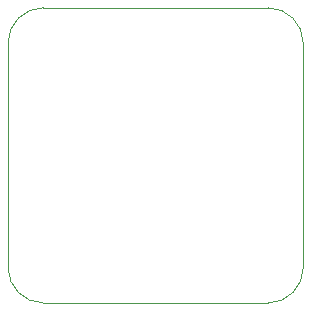
<source format=gbr>
%TF.GenerationSoftware,KiCad,Pcbnew,7.0.7*%
%TF.CreationDate,2024-03-07T17:34:25-08:00*%
%TF.ProjectId,magn_angle_sensor_v2,6d61676e-5f61-46e6-976c-655f73656e73,rev?*%
%TF.SameCoordinates,Original*%
%TF.FileFunction,Profile,NP*%
%FSLAX46Y46*%
G04 Gerber Fmt 4.6, Leading zero omitted, Abs format (unit mm)*
G04 Created by KiCad (PCBNEW 7.0.7) date 2024-03-07 17:34:25*
%MOMM*%
%LPD*%
G01*
G04 APERTURE LIST*
%TA.AperFunction,Profile*%
%ADD10C,0.100000*%
%TD*%
G04 APERTURE END LIST*
D10*
X45000000Y-42000000D02*
X45000000Y-23000000D01*
X45000000Y-23000000D02*
G75*
G03*
X42000000Y-20000000I-3000000J0D01*
G01*
X42000000Y-20000000D02*
X23000000Y-20000000D01*
X23000000Y-45000000D02*
X42000000Y-45000000D01*
X23000000Y-20000000D02*
G75*
G03*
X20000000Y-23000000I0J-3000000D01*
G01*
X20000000Y-23000000D02*
X20000000Y-42000000D01*
X42000000Y-45000000D02*
G75*
G03*
X45000000Y-42000000I0J3000000D01*
G01*
X20000000Y-42000000D02*
G75*
G03*
X23000000Y-45000000I3000000J0D01*
G01*
M02*

</source>
